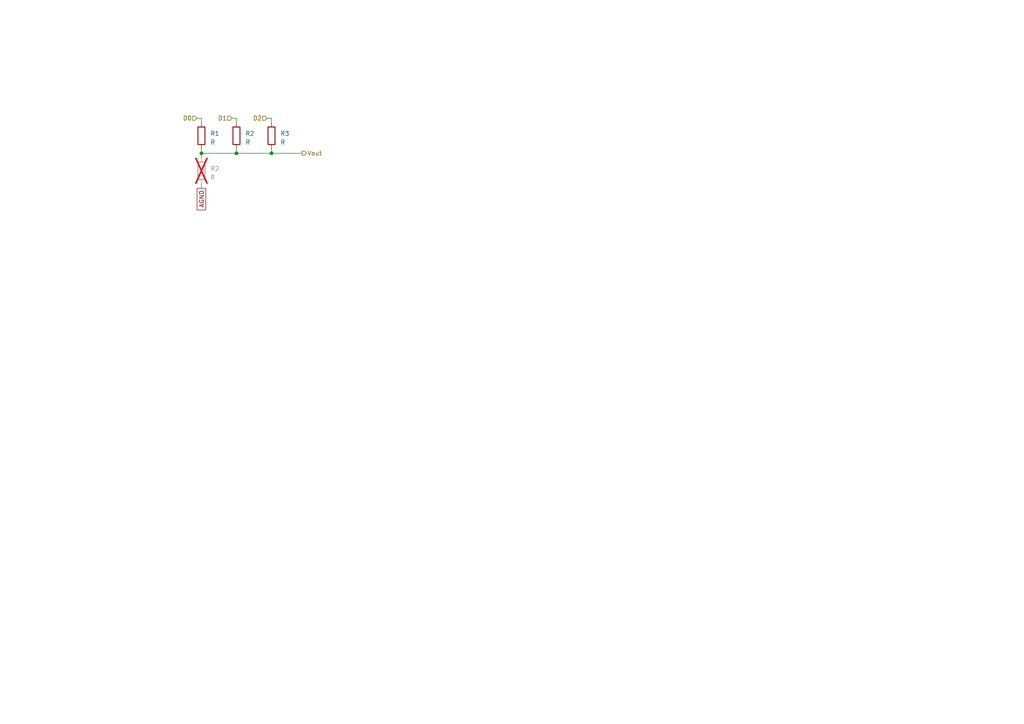
<source format=kicad_sch>
(kicad_sch (version 20230121) (generator eeschema)
  (paper "A4")
  (lib_symbols
    (symbol "Device:R" (pin_numbers hide) (pin_names (offset 0))
      (property "Reference" "R" (at 2.032 0 90))
      (property "Value" "R" (at 0 0 90))
      (symbol "R_0_1"
        (rectangle (start -1.016 -2.54) (end 1.016 2.54) (stroke (width 0.254)))
      )
      (symbol "R_1_1"
        (pin passive line (at 0 3.81 270) (length 1.27) (name "~") (number "1"))
        (pin passive line (at 0 -3.81 90) (length 1.27) (name "~") (number "2"))
      )
    )
  )
  (junction (at 68.58 44.45))
  (junction (at 58.42 44.45))
  (junction (at 78.74 44.45))
  (wire (pts (xy 68.58 44.45) (xy 78.74 44.45)))
  (wire (pts (xy 58.42 34.29) (xy 57.15 34.29)))
  (wire (pts (xy 78.74 34.29) (xy 78.74 35.56)))
  (wire (pts (xy 58.42 34.29) (xy 58.42 35.56)))
  (wire (pts (xy 78.74 44.45) (xy 87.63 44.45)))
  (wire (pts (xy 67.31 34.29) (xy 68.58 34.29)))
  (wire (pts (xy 68.58 43.18) (xy 68.58 44.45)))
  (wire (pts (xy 58.42 43.18) (xy 58.42 44.45)))
  (wire (pts (xy 58.42 44.45) (xy 58.42 45.72)))
  (wire (pts (xy 58.42 53.34) (xy 58.42 54.61)))
  (wire (pts (xy 77.47 34.29) (xy 78.74 34.29)))
  (wire (pts (xy 58.42 44.45) (xy 68.58 44.45)))
  (wire (pts (xy 78.74 43.18) (xy 78.74 44.45)))
  (wire (pts (xy 68.58 34.29) (xy 68.58 35.56)))
  (global_label "AGND" (shape passive) (at 58.42 54.61 270) (property "Intersheetrefs" "${INTERSHEET_REFS}" (effects hide)))
  (hierarchical_label "Vout" (shape output) (at 87.63 44.45 0))
  (hierarchical_label "D0" (shape input) (at 57.15 34.29 180))
  (hierarchical_label "D1" (shape input) (at 67.31 34.29 180))
  (hierarchical_label "D2" (shape input) (at 77.47 34.29 180))
  (symbol (lib_id "Device:R") (at 58.42 49.53 0) (unit 1) (dnp yes)
    (property "Reference" "R2" (at 60.96 48.895 0) (effects (justify left)))
    (property "Value" "R" (at 60.96 51.435 0) (effects (justify left)))
    (property "Footprint" "Resistor_SMD:R_0805_2012Metric" (effects hide))
    (instances (project "motherboard" (path "" (reference "R2") (unit 1)) (path "" (reference "R5") (unit 1)) (path "" (reference "R7") (unit 1)) (path "" (reference "R12") (unit 1))))
  )
  (symbol (lib_id "Device:R") (at 58.42 39.37 0) (unit 1)
    (property "Reference" "R1" (at 60.96 38.735 0) (effects (justify left)))
    (property "Value" "R" (at 60.96 41.275 0) (effects (justify left)))
    (property "Footprint" "Resistor_SMD:R_0805_2012Metric" (effects hide))
    (instances (project "motherboard" (path "" (reference "R1") (unit 1)) (path "" (reference "R1") (unit 1)) (path "" (reference "R6") (unit 1)) (path "" (reference "R11") (unit 1))))
  )
  (symbol (lib_id "Device:R") (at 78.74 39.37 0) (unit 1)
    (property "Reference" "R3" (at 81.28 38.735 0) (effects (justify left)))
    (property "Value" "R" (at 81.28 41.275 0) (effects (justify left)))
    (property "Footprint" "Resistor_SMD:R_0805_2012Metric" (effects hide))
    (instances (project "motherboard" (path "" (reference "R3") (unit 1)) (path "" (reference "R3") (unit 1)) (path "" (reference "R9") (unit 1)) (path "" (reference "R14") (unit 1))))
  )
  (symbol (lib_id "Device:R") (at 68.58 39.37 0) (unit 1)
    (property "Reference" "R2" (at 71.12 38.735 0) (effects (justify left)))
    (property "Value" "R" (at 71.12 41.275 0) (effects (justify left)))
    (property "Footprint" "Resistor_SMD:R_0805_2012Metric" (effects hide))
    (instances (project "motherboard" (path "" (reference "R2") (unit 1)) (path "" (reference "R2") (unit 1)) (path "" (reference "R8") (unit 1)) (path "" (reference "R13") (unit 1))))
  )
)
</source>
